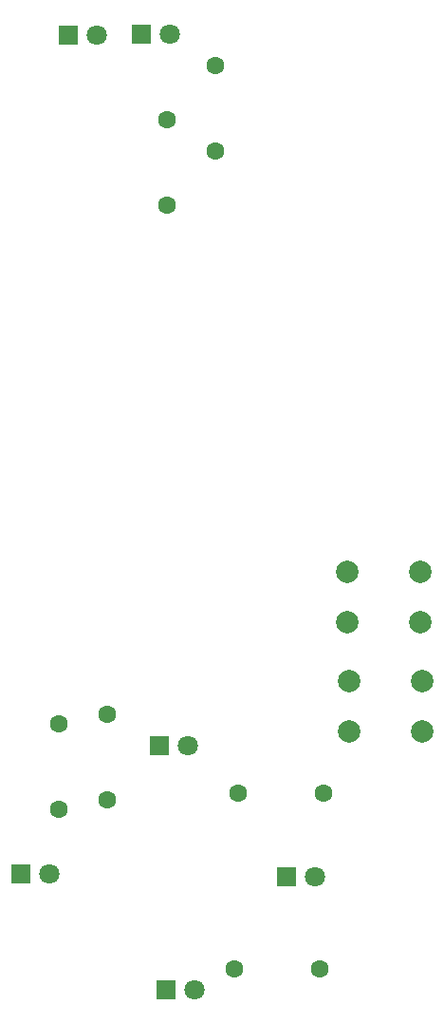
<source format=gbr>
%TF.GenerationSoftware,KiCad,Pcbnew,9.0.2*%
%TF.CreationDate,2025-07-01T09:30:54-07:00*%
%TF.ProjectId,solder,736f6c64-6572-42e6-9b69-6361645f7063,rev?*%
%TF.SameCoordinates,Original*%
%TF.FileFunction,Soldermask,Top*%
%TF.FilePolarity,Negative*%
%FSLAX46Y46*%
G04 Gerber Fmt 4.6, Leading zero omitted, Abs format (unit mm)*
G04 Created by KiCad (PCBNEW 9.0.2) date 2025-07-01 09:30:54*
%MOMM*%
%LPD*%
G01*
G04 APERTURE LIST*
%ADD10C,2.000000*%
%ADD11R,1.800000X1.800000*%
%ADD12C,1.800000*%
%ADD13C,1.600000*%
G04 APERTURE END LIST*
D10*
%TO.C,SW1*%
X153435000Y-94950000D03*
X159935000Y-94950000D03*
X153435000Y-99450000D03*
X159935000Y-99450000D03*
%TD*%
D11*
%TO.C,D4*%
X124270000Y-121880000D03*
D12*
X126810000Y-121880000D03*
%TD*%
D11*
%TO.C,D6*%
X147955000Y-122070000D03*
D12*
X150495000Y-122070000D03*
%TD*%
D11*
%TO.C,D2*%
X135035567Y-47032545D03*
D12*
X137575567Y-47032545D03*
%TD*%
D10*
%TO.C,SW2*%
X153585000Y-104650000D03*
X160085000Y-104650000D03*
X153585000Y-109150000D03*
X160085000Y-109150000D03*
%TD*%
D11*
%TO.C,D5*%
X137220000Y-132150000D03*
D12*
X139760000Y-132150000D03*
%TD*%
D11*
%TO.C,D3*%
X136660000Y-110430000D03*
D12*
X139200000Y-110430000D03*
%TD*%
D11*
%TO.C,D1*%
X128502285Y-47077420D03*
D12*
X131042285Y-47077420D03*
%TD*%
D13*
%TO.C,R9*%
X137330567Y-62242545D03*
X137330567Y-54622545D03*
%TD*%
%TO.C,R3*%
X143360000Y-130320000D03*
X150980000Y-130320000D03*
%TD*%
%TO.C,R2*%
X127650000Y-108460000D03*
X127650000Y-116080000D03*
%TD*%
%TO.C,R1*%
X132020000Y-107600000D03*
X132020000Y-115220000D03*
%TD*%
%TO.C,R10*%
X141640567Y-49802545D03*
X141640567Y-57422545D03*
%TD*%
%TO.C,R4*%
X151300000Y-114660000D03*
X143680000Y-114660000D03*
%TD*%
M02*

</source>
